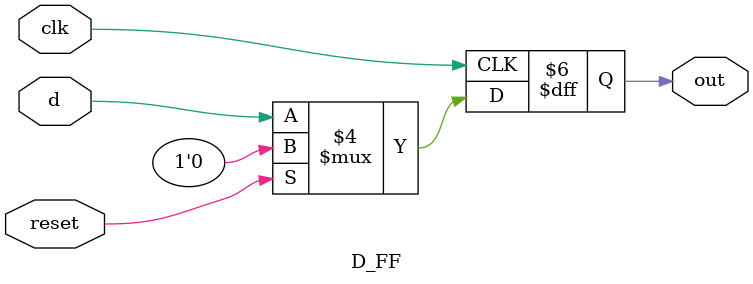
<source format=v>
module D_FF(d,clk,reset,out);
input d,clk,reset; //data input
output reg out;  //data output

always @(posedge clk) begin
	if (reset== 1'b1) begin
		out <=1'b0;
		end
	else begin
		out <=d;
	end
end
endmodule
</source>
